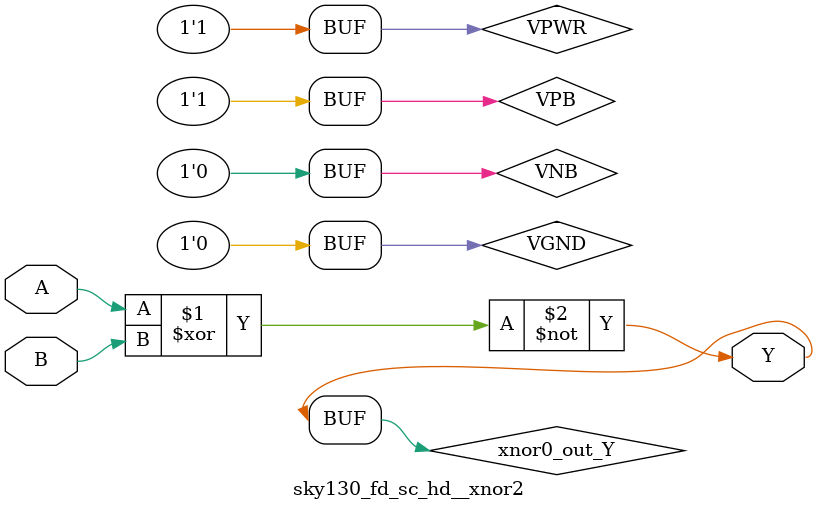
<source format=v>
/*
 * Copyright 2020 The SkyWater PDK Authors
 *
 * Licensed under the Apache License, Version 2.0 (the "License");
 * you may not use this file except in compliance with the License.
 * You may obtain a copy of the License at
 *
 *     https://www.apache.org/licenses/LICENSE-2.0
 *
 * Unless required by applicable law or agreed to in writing, software
 * distributed under the License is distributed on an "AS IS" BASIS,
 * WITHOUT WARRANTIES OR CONDITIONS OF ANY KIND, either express or implied.
 * See the License for the specific language governing permissions and
 * limitations under the License.
 *
 * SPDX-License-Identifier: Apache-2.0
*/


`ifndef SKY130_FD_SC_HD__XNOR2_TIMING_V
`define SKY130_FD_SC_HD__XNOR2_TIMING_V

/**
 * xnor2: 2-input exclusive NOR.
 *
 *        Y = !(A ^ B)
 *
 * Verilog simulation timing model.
 */

`timescale 1ns / 1ps
`default_nettype none

`celldefine
module sky130_fd_sc_hd__xnor2 (
    Y,
    A,
    B
);

    // Module ports
    output Y;
    input  A;
    input  B;

    // Module supplies
    supply1 VPWR;
    supply0 VGND;
    supply1 VPB ;
    supply0 VNB ;

    // Local signals
    wire xnor0_out_Y;

    //   Name   Output       Other arguments
    xnor xnor0 (xnor0_out_Y, A, B           );
    buf  buf0  (Y          , xnor0_out_Y    );

endmodule
`endcelldefine

`default_nettype wire
`endif  // SKY130_FD_SC_HD__XNOR2_TIMING_V

</source>
